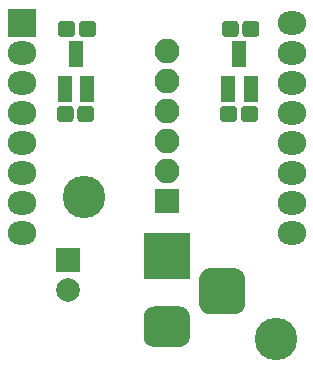
<source format=gts>
G04 #@! TF.GenerationSoftware,KiCad,Pcbnew,(5.0.0-rc2-dev-158-g52ab6216c)*
G04 #@! TF.CreationDate,2018-07-05T01:37:53+02:00*
G04 #@! TF.ProjectId,7seg-clock,377365672D636C6F636B2E6B69636164,rev?*
G04 #@! TF.SameCoordinates,Original*
G04 #@! TF.FileFunction,Soldermask,Top*
G04 #@! TF.FilePolarity,Negative*
%FSLAX46Y46*%
G04 Gerber Fmt 4.6, Leading zero omitted, Abs format (unit mm)*
G04 Created by KiCad (PCBNEW (5.0.0-rc2-dev-158-g52ab6216c)) date 07/05/18 01:37:53*
%MOMM*%
%LPD*%
G01*
G04 APERTURE LIST*
%ADD10C,3.600000*%
%ADD11R,1.200000X2.300000*%
%ADD12C,0.100000*%
%ADD13C,1.350000*%
%ADD14R,2.000000X2.000000*%
%ADD15C,2.000000*%
%ADD16R,3.900000X3.900000*%
%ADD17C,3.400000*%
%ADD18C,3.900000*%
%ADD19R,2.100000X2.100000*%
%ADD20O,2.100000X2.100000*%
%ADD21O,2.400000X2.000000*%
%ADD22R,2.400000X2.400000*%
G04 APERTURE END LIST*
D10*
X135500000Y-119250000D03*
D11*
X147700000Y-110100000D03*
X149600000Y-110100000D03*
X148650000Y-107100000D03*
D12*
G36*
X149920581Y-111526625D02*
X149953343Y-111531485D01*
X149985471Y-111539533D01*
X150016656Y-111550691D01*
X150046596Y-111564852D01*
X150075005Y-111581879D01*
X150101608Y-111601609D01*
X150126149Y-111623851D01*
X150148391Y-111648392D01*
X150168121Y-111674995D01*
X150185148Y-111703404D01*
X150199309Y-111733344D01*
X150210467Y-111764529D01*
X150218515Y-111796657D01*
X150223375Y-111829419D01*
X150225000Y-111862500D01*
X150225000Y-112537500D01*
X150223375Y-112570581D01*
X150218515Y-112603343D01*
X150210467Y-112635471D01*
X150199309Y-112666656D01*
X150185148Y-112696596D01*
X150168121Y-112725005D01*
X150148391Y-112751608D01*
X150126149Y-112776149D01*
X150101608Y-112798391D01*
X150075005Y-112818121D01*
X150046596Y-112835148D01*
X150016656Y-112849309D01*
X149985471Y-112860467D01*
X149953343Y-112868515D01*
X149920581Y-112873375D01*
X149887500Y-112875000D01*
X149112500Y-112875000D01*
X149079419Y-112873375D01*
X149046657Y-112868515D01*
X149014529Y-112860467D01*
X148983344Y-112849309D01*
X148953404Y-112835148D01*
X148924995Y-112818121D01*
X148898392Y-112798391D01*
X148873851Y-112776149D01*
X148851609Y-112751608D01*
X148831879Y-112725005D01*
X148814852Y-112696596D01*
X148800691Y-112666656D01*
X148789533Y-112635471D01*
X148781485Y-112603343D01*
X148776625Y-112570581D01*
X148775000Y-112537500D01*
X148775000Y-111862500D01*
X148776625Y-111829419D01*
X148781485Y-111796657D01*
X148789533Y-111764529D01*
X148800691Y-111733344D01*
X148814852Y-111703404D01*
X148831879Y-111674995D01*
X148851609Y-111648392D01*
X148873851Y-111623851D01*
X148898392Y-111601609D01*
X148924995Y-111581879D01*
X148953404Y-111564852D01*
X148983344Y-111550691D01*
X149014529Y-111539533D01*
X149046657Y-111531485D01*
X149079419Y-111526625D01*
X149112500Y-111525000D01*
X149887500Y-111525000D01*
X149920581Y-111526625D01*
X149920581Y-111526625D01*
G37*
D13*
X149500000Y-112200000D03*
D12*
G36*
X148170581Y-111526625D02*
X148203343Y-111531485D01*
X148235471Y-111539533D01*
X148266656Y-111550691D01*
X148296596Y-111564852D01*
X148325005Y-111581879D01*
X148351608Y-111601609D01*
X148376149Y-111623851D01*
X148398391Y-111648392D01*
X148418121Y-111674995D01*
X148435148Y-111703404D01*
X148449309Y-111733344D01*
X148460467Y-111764529D01*
X148468515Y-111796657D01*
X148473375Y-111829419D01*
X148475000Y-111862500D01*
X148475000Y-112537500D01*
X148473375Y-112570581D01*
X148468515Y-112603343D01*
X148460467Y-112635471D01*
X148449309Y-112666656D01*
X148435148Y-112696596D01*
X148418121Y-112725005D01*
X148398391Y-112751608D01*
X148376149Y-112776149D01*
X148351608Y-112798391D01*
X148325005Y-112818121D01*
X148296596Y-112835148D01*
X148266656Y-112849309D01*
X148235471Y-112860467D01*
X148203343Y-112868515D01*
X148170581Y-112873375D01*
X148137500Y-112875000D01*
X147362500Y-112875000D01*
X147329419Y-112873375D01*
X147296657Y-112868515D01*
X147264529Y-112860467D01*
X147233344Y-112849309D01*
X147203404Y-112835148D01*
X147174995Y-112818121D01*
X147148392Y-112798391D01*
X147123851Y-112776149D01*
X147101609Y-112751608D01*
X147081879Y-112725005D01*
X147064852Y-112696596D01*
X147050691Y-112666656D01*
X147039533Y-112635471D01*
X147031485Y-112603343D01*
X147026625Y-112570581D01*
X147025000Y-112537500D01*
X147025000Y-111862500D01*
X147026625Y-111829419D01*
X147031485Y-111796657D01*
X147039533Y-111764529D01*
X147050691Y-111733344D01*
X147064852Y-111703404D01*
X147081879Y-111674995D01*
X147101609Y-111648392D01*
X147123851Y-111623851D01*
X147148392Y-111601609D01*
X147174995Y-111581879D01*
X147203404Y-111564852D01*
X147233344Y-111550691D01*
X147264529Y-111539533D01*
X147296657Y-111531485D01*
X147329419Y-111526625D01*
X147362500Y-111525000D01*
X148137500Y-111525000D01*
X148170581Y-111526625D01*
X148170581Y-111526625D01*
G37*
D13*
X147750000Y-112200000D03*
D12*
G36*
X150045581Y-104326625D02*
X150078343Y-104331485D01*
X150110471Y-104339533D01*
X150141656Y-104350691D01*
X150171596Y-104364852D01*
X150200005Y-104381879D01*
X150226608Y-104401609D01*
X150251149Y-104423851D01*
X150273391Y-104448392D01*
X150293121Y-104474995D01*
X150310148Y-104503404D01*
X150324309Y-104533344D01*
X150335467Y-104564529D01*
X150343515Y-104596657D01*
X150348375Y-104629419D01*
X150350000Y-104662500D01*
X150350000Y-105337500D01*
X150348375Y-105370581D01*
X150343515Y-105403343D01*
X150335467Y-105435471D01*
X150324309Y-105466656D01*
X150310148Y-105496596D01*
X150293121Y-105525005D01*
X150273391Y-105551608D01*
X150251149Y-105576149D01*
X150226608Y-105598391D01*
X150200005Y-105618121D01*
X150171596Y-105635148D01*
X150141656Y-105649309D01*
X150110471Y-105660467D01*
X150078343Y-105668515D01*
X150045581Y-105673375D01*
X150012500Y-105675000D01*
X149237500Y-105675000D01*
X149204419Y-105673375D01*
X149171657Y-105668515D01*
X149139529Y-105660467D01*
X149108344Y-105649309D01*
X149078404Y-105635148D01*
X149049995Y-105618121D01*
X149023392Y-105598391D01*
X148998851Y-105576149D01*
X148976609Y-105551608D01*
X148956879Y-105525005D01*
X148939852Y-105496596D01*
X148925691Y-105466656D01*
X148914533Y-105435471D01*
X148906485Y-105403343D01*
X148901625Y-105370581D01*
X148900000Y-105337500D01*
X148900000Y-104662500D01*
X148901625Y-104629419D01*
X148906485Y-104596657D01*
X148914533Y-104564529D01*
X148925691Y-104533344D01*
X148939852Y-104503404D01*
X148956879Y-104474995D01*
X148976609Y-104448392D01*
X148998851Y-104423851D01*
X149023392Y-104401609D01*
X149049995Y-104381879D01*
X149078404Y-104364852D01*
X149108344Y-104350691D01*
X149139529Y-104339533D01*
X149171657Y-104331485D01*
X149204419Y-104326625D01*
X149237500Y-104325000D01*
X150012500Y-104325000D01*
X150045581Y-104326625D01*
X150045581Y-104326625D01*
G37*
D13*
X149625000Y-105000000D03*
D12*
G36*
X148295581Y-104326625D02*
X148328343Y-104331485D01*
X148360471Y-104339533D01*
X148391656Y-104350691D01*
X148421596Y-104364852D01*
X148450005Y-104381879D01*
X148476608Y-104401609D01*
X148501149Y-104423851D01*
X148523391Y-104448392D01*
X148543121Y-104474995D01*
X148560148Y-104503404D01*
X148574309Y-104533344D01*
X148585467Y-104564529D01*
X148593515Y-104596657D01*
X148598375Y-104629419D01*
X148600000Y-104662500D01*
X148600000Y-105337500D01*
X148598375Y-105370581D01*
X148593515Y-105403343D01*
X148585467Y-105435471D01*
X148574309Y-105466656D01*
X148560148Y-105496596D01*
X148543121Y-105525005D01*
X148523391Y-105551608D01*
X148501149Y-105576149D01*
X148476608Y-105598391D01*
X148450005Y-105618121D01*
X148421596Y-105635148D01*
X148391656Y-105649309D01*
X148360471Y-105660467D01*
X148328343Y-105668515D01*
X148295581Y-105673375D01*
X148262500Y-105675000D01*
X147487500Y-105675000D01*
X147454419Y-105673375D01*
X147421657Y-105668515D01*
X147389529Y-105660467D01*
X147358344Y-105649309D01*
X147328404Y-105635148D01*
X147299995Y-105618121D01*
X147273392Y-105598391D01*
X147248851Y-105576149D01*
X147226609Y-105551608D01*
X147206879Y-105525005D01*
X147189852Y-105496596D01*
X147175691Y-105466656D01*
X147164533Y-105435471D01*
X147156485Y-105403343D01*
X147151625Y-105370581D01*
X147150000Y-105337500D01*
X147150000Y-104662500D01*
X147151625Y-104629419D01*
X147156485Y-104596657D01*
X147164533Y-104564529D01*
X147175691Y-104533344D01*
X147189852Y-104503404D01*
X147206879Y-104474995D01*
X147226609Y-104448392D01*
X147248851Y-104423851D01*
X147273392Y-104401609D01*
X147299995Y-104381879D01*
X147328404Y-104364852D01*
X147358344Y-104350691D01*
X147389529Y-104339533D01*
X147421657Y-104331485D01*
X147454419Y-104326625D01*
X147487500Y-104325000D01*
X148262500Y-104325000D01*
X148295581Y-104326625D01*
X148295581Y-104326625D01*
G37*
D13*
X147875000Y-105000000D03*
D14*
X134100000Y-124600000D03*
D15*
X134100000Y-127100000D03*
D16*
X142500000Y-124200000D03*
D12*
G36*
X143683315Y-128504093D02*
X143765827Y-128516333D01*
X143846742Y-128536601D01*
X143925281Y-128564702D01*
X144000687Y-128600367D01*
X144072235Y-128643251D01*
X144139234Y-128692941D01*
X144201041Y-128748959D01*
X144257059Y-128810766D01*
X144306749Y-128877765D01*
X144349633Y-128949313D01*
X144385298Y-129024719D01*
X144413399Y-129103258D01*
X144433667Y-129184173D01*
X144445907Y-129266685D01*
X144450000Y-129350000D01*
X144450000Y-131050000D01*
X144445907Y-131133315D01*
X144433667Y-131215827D01*
X144413399Y-131296742D01*
X144385298Y-131375281D01*
X144349633Y-131450687D01*
X144306749Y-131522235D01*
X144257059Y-131589234D01*
X144201041Y-131651041D01*
X144139234Y-131707059D01*
X144072235Y-131756749D01*
X144000687Y-131799633D01*
X143925281Y-131835298D01*
X143846742Y-131863399D01*
X143765827Y-131883667D01*
X143683315Y-131895907D01*
X143600000Y-131900000D01*
X141400000Y-131900000D01*
X141316685Y-131895907D01*
X141234173Y-131883667D01*
X141153258Y-131863399D01*
X141074719Y-131835298D01*
X140999313Y-131799633D01*
X140927765Y-131756749D01*
X140860766Y-131707059D01*
X140798959Y-131651041D01*
X140742941Y-131589234D01*
X140693251Y-131522235D01*
X140650367Y-131450687D01*
X140614702Y-131375281D01*
X140586601Y-131296742D01*
X140566333Y-131215827D01*
X140554093Y-131133315D01*
X140550000Y-131050000D01*
X140550000Y-129350000D01*
X140554093Y-129266685D01*
X140566333Y-129184173D01*
X140586601Y-129103258D01*
X140614702Y-129024719D01*
X140650367Y-128949313D01*
X140693251Y-128877765D01*
X140742941Y-128810766D01*
X140798959Y-128748959D01*
X140860766Y-128692941D01*
X140927765Y-128643251D01*
X140999313Y-128600367D01*
X141074719Y-128564702D01*
X141153258Y-128536601D01*
X141234173Y-128516333D01*
X141316685Y-128504093D01*
X141400000Y-128500000D01*
X143600000Y-128500000D01*
X143683315Y-128504093D01*
X143683315Y-128504093D01*
G37*
D17*
X142500000Y-130200000D03*
D12*
G36*
X148270567Y-125254695D02*
X148365213Y-125268734D01*
X148458028Y-125291983D01*
X148548116Y-125324217D01*
X148634612Y-125365127D01*
X148716681Y-125414317D01*
X148793533Y-125471315D01*
X148864429Y-125535571D01*
X148928685Y-125606467D01*
X148985683Y-125683319D01*
X149034873Y-125765388D01*
X149075783Y-125851884D01*
X149108017Y-125941972D01*
X149131266Y-126034787D01*
X149145305Y-126129433D01*
X149150000Y-126225000D01*
X149150000Y-128175000D01*
X149145305Y-128270567D01*
X149131266Y-128365213D01*
X149108017Y-128458028D01*
X149075783Y-128548116D01*
X149034873Y-128634612D01*
X148985683Y-128716681D01*
X148928685Y-128793533D01*
X148864429Y-128864429D01*
X148793533Y-128928685D01*
X148716681Y-128985683D01*
X148634612Y-129034873D01*
X148548116Y-129075783D01*
X148458028Y-129108017D01*
X148365213Y-129131266D01*
X148270567Y-129145305D01*
X148175000Y-129150000D01*
X146225000Y-129150000D01*
X146129433Y-129145305D01*
X146034787Y-129131266D01*
X145941972Y-129108017D01*
X145851884Y-129075783D01*
X145765388Y-129034873D01*
X145683319Y-128985683D01*
X145606467Y-128928685D01*
X145535571Y-128864429D01*
X145471315Y-128793533D01*
X145414317Y-128716681D01*
X145365127Y-128634612D01*
X145324217Y-128548116D01*
X145291983Y-128458028D01*
X145268734Y-128365213D01*
X145254695Y-128270567D01*
X145250000Y-128175000D01*
X145250000Y-126225000D01*
X145254695Y-126129433D01*
X145268734Y-126034787D01*
X145291983Y-125941972D01*
X145324217Y-125851884D01*
X145365127Y-125765388D01*
X145414317Y-125683319D01*
X145471315Y-125606467D01*
X145535571Y-125535571D01*
X145606467Y-125471315D01*
X145683319Y-125414317D01*
X145765388Y-125365127D01*
X145851884Y-125324217D01*
X145941972Y-125291983D01*
X146034787Y-125268734D01*
X146129433Y-125254695D01*
X146225000Y-125250000D01*
X148175000Y-125250000D01*
X148270567Y-125254695D01*
X148270567Y-125254695D01*
G37*
D18*
X147200000Y-127200000D03*
D19*
X142500000Y-119600000D03*
D20*
X142500000Y-117060000D03*
X142500000Y-114520000D03*
X142500000Y-111980000D03*
X142500000Y-109440000D03*
X142500000Y-106900000D03*
D11*
X134800000Y-107100000D03*
X135750000Y-110100000D03*
X133850000Y-110100000D03*
D12*
G36*
X134445581Y-104326625D02*
X134478343Y-104331485D01*
X134510471Y-104339533D01*
X134541656Y-104350691D01*
X134571596Y-104364852D01*
X134600005Y-104381879D01*
X134626608Y-104401609D01*
X134651149Y-104423851D01*
X134673391Y-104448392D01*
X134693121Y-104474995D01*
X134710148Y-104503404D01*
X134724309Y-104533344D01*
X134735467Y-104564529D01*
X134743515Y-104596657D01*
X134748375Y-104629419D01*
X134750000Y-104662500D01*
X134750000Y-105337500D01*
X134748375Y-105370581D01*
X134743515Y-105403343D01*
X134735467Y-105435471D01*
X134724309Y-105466656D01*
X134710148Y-105496596D01*
X134693121Y-105525005D01*
X134673391Y-105551608D01*
X134651149Y-105576149D01*
X134626608Y-105598391D01*
X134600005Y-105618121D01*
X134571596Y-105635148D01*
X134541656Y-105649309D01*
X134510471Y-105660467D01*
X134478343Y-105668515D01*
X134445581Y-105673375D01*
X134412500Y-105675000D01*
X133637500Y-105675000D01*
X133604419Y-105673375D01*
X133571657Y-105668515D01*
X133539529Y-105660467D01*
X133508344Y-105649309D01*
X133478404Y-105635148D01*
X133449995Y-105618121D01*
X133423392Y-105598391D01*
X133398851Y-105576149D01*
X133376609Y-105551608D01*
X133356879Y-105525005D01*
X133339852Y-105496596D01*
X133325691Y-105466656D01*
X133314533Y-105435471D01*
X133306485Y-105403343D01*
X133301625Y-105370581D01*
X133300000Y-105337500D01*
X133300000Y-104662500D01*
X133301625Y-104629419D01*
X133306485Y-104596657D01*
X133314533Y-104564529D01*
X133325691Y-104533344D01*
X133339852Y-104503404D01*
X133356879Y-104474995D01*
X133376609Y-104448392D01*
X133398851Y-104423851D01*
X133423392Y-104401609D01*
X133449995Y-104381879D01*
X133478404Y-104364852D01*
X133508344Y-104350691D01*
X133539529Y-104339533D01*
X133571657Y-104331485D01*
X133604419Y-104326625D01*
X133637500Y-104325000D01*
X134412500Y-104325000D01*
X134445581Y-104326625D01*
X134445581Y-104326625D01*
G37*
D13*
X134025000Y-105000000D03*
D12*
G36*
X136195581Y-104326625D02*
X136228343Y-104331485D01*
X136260471Y-104339533D01*
X136291656Y-104350691D01*
X136321596Y-104364852D01*
X136350005Y-104381879D01*
X136376608Y-104401609D01*
X136401149Y-104423851D01*
X136423391Y-104448392D01*
X136443121Y-104474995D01*
X136460148Y-104503404D01*
X136474309Y-104533344D01*
X136485467Y-104564529D01*
X136493515Y-104596657D01*
X136498375Y-104629419D01*
X136500000Y-104662500D01*
X136500000Y-105337500D01*
X136498375Y-105370581D01*
X136493515Y-105403343D01*
X136485467Y-105435471D01*
X136474309Y-105466656D01*
X136460148Y-105496596D01*
X136443121Y-105525005D01*
X136423391Y-105551608D01*
X136401149Y-105576149D01*
X136376608Y-105598391D01*
X136350005Y-105618121D01*
X136321596Y-105635148D01*
X136291656Y-105649309D01*
X136260471Y-105660467D01*
X136228343Y-105668515D01*
X136195581Y-105673375D01*
X136162500Y-105675000D01*
X135387500Y-105675000D01*
X135354419Y-105673375D01*
X135321657Y-105668515D01*
X135289529Y-105660467D01*
X135258344Y-105649309D01*
X135228404Y-105635148D01*
X135199995Y-105618121D01*
X135173392Y-105598391D01*
X135148851Y-105576149D01*
X135126609Y-105551608D01*
X135106879Y-105525005D01*
X135089852Y-105496596D01*
X135075691Y-105466656D01*
X135064533Y-105435471D01*
X135056485Y-105403343D01*
X135051625Y-105370581D01*
X135050000Y-105337500D01*
X135050000Y-104662500D01*
X135051625Y-104629419D01*
X135056485Y-104596657D01*
X135064533Y-104564529D01*
X135075691Y-104533344D01*
X135089852Y-104503404D01*
X135106879Y-104474995D01*
X135126609Y-104448392D01*
X135148851Y-104423851D01*
X135173392Y-104401609D01*
X135199995Y-104381879D01*
X135228404Y-104364852D01*
X135258344Y-104350691D01*
X135289529Y-104339533D01*
X135321657Y-104331485D01*
X135354419Y-104326625D01*
X135387500Y-104325000D01*
X136162500Y-104325000D01*
X136195581Y-104326625D01*
X136195581Y-104326625D01*
G37*
D13*
X135775000Y-105000000D03*
D12*
G36*
X134320581Y-111526625D02*
X134353343Y-111531485D01*
X134385471Y-111539533D01*
X134416656Y-111550691D01*
X134446596Y-111564852D01*
X134475005Y-111581879D01*
X134501608Y-111601609D01*
X134526149Y-111623851D01*
X134548391Y-111648392D01*
X134568121Y-111674995D01*
X134585148Y-111703404D01*
X134599309Y-111733344D01*
X134610467Y-111764529D01*
X134618515Y-111796657D01*
X134623375Y-111829419D01*
X134625000Y-111862500D01*
X134625000Y-112537500D01*
X134623375Y-112570581D01*
X134618515Y-112603343D01*
X134610467Y-112635471D01*
X134599309Y-112666656D01*
X134585148Y-112696596D01*
X134568121Y-112725005D01*
X134548391Y-112751608D01*
X134526149Y-112776149D01*
X134501608Y-112798391D01*
X134475005Y-112818121D01*
X134446596Y-112835148D01*
X134416656Y-112849309D01*
X134385471Y-112860467D01*
X134353343Y-112868515D01*
X134320581Y-112873375D01*
X134287500Y-112875000D01*
X133512500Y-112875000D01*
X133479419Y-112873375D01*
X133446657Y-112868515D01*
X133414529Y-112860467D01*
X133383344Y-112849309D01*
X133353404Y-112835148D01*
X133324995Y-112818121D01*
X133298392Y-112798391D01*
X133273851Y-112776149D01*
X133251609Y-112751608D01*
X133231879Y-112725005D01*
X133214852Y-112696596D01*
X133200691Y-112666656D01*
X133189533Y-112635471D01*
X133181485Y-112603343D01*
X133176625Y-112570581D01*
X133175000Y-112537500D01*
X133175000Y-111862500D01*
X133176625Y-111829419D01*
X133181485Y-111796657D01*
X133189533Y-111764529D01*
X133200691Y-111733344D01*
X133214852Y-111703404D01*
X133231879Y-111674995D01*
X133251609Y-111648392D01*
X133273851Y-111623851D01*
X133298392Y-111601609D01*
X133324995Y-111581879D01*
X133353404Y-111564852D01*
X133383344Y-111550691D01*
X133414529Y-111539533D01*
X133446657Y-111531485D01*
X133479419Y-111526625D01*
X133512500Y-111525000D01*
X134287500Y-111525000D01*
X134320581Y-111526625D01*
X134320581Y-111526625D01*
G37*
D13*
X133900000Y-112200000D03*
D12*
G36*
X136070581Y-111526625D02*
X136103343Y-111531485D01*
X136135471Y-111539533D01*
X136166656Y-111550691D01*
X136196596Y-111564852D01*
X136225005Y-111581879D01*
X136251608Y-111601609D01*
X136276149Y-111623851D01*
X136298391Y-111648392D01*
X136318121Y-111674995D01*
X136335148Y-111703404D01*
X136349309Y-111733344D01*
X136360467Y-111764529D01*
X136368515Y-111796657D01*
X136373375Y-111829419D01*
X136375000Y-111862500D01*
X136375000Y-112537500D01*
X136373375Y-112570581D01*
X136368515Y-112603343D01*
X136360467Y-112635471D01*
X136349309Y-112666656D01*
X136335148Y-112696596D01*
X136318121Y-112725005D01*
X136298391Y-112751608D01*
X136276149Y-112776149D01*
X136251608Y-112798391D01*
X136225005Y-112818121D01*
X136196596Y-112835148D01*
X136166656Y-112849309D01*
X136135471Y-112860467D01*
X136103343Y-112868515D01*
X136070581Y-112873375D01*
X136037500Y-112875000D01*
X135262500Y-112875000D01*
X135229419Y-112873375D01*
X135196657Y-112868515D01*
X135164529Y-112860467D01*
X135133344Y-112849309D01*
X135103404Y-112835148D01*
X135074995Y-112818121D01*
X135048392Y-112798391D01*
X135023851Y-112776149D01*
X135001609Y-112751608D01*
X134981879Y-112725005D01*
X134964852Y-112696596D01*
X134950691Y-112666656D01*
X134939533Y-112635471D01*
X134931485Y-112603343D01*
X134926625Y-112570581D01*
X134925000Y-112537500D01*
X134925000Y-111862500D01*
X134926625Y-111829419D01*
X134931485Y-111796657D01*
X134939533Y-111764529D01*
X134950691Y-111733344D01*
X134964852Y-111703404D01*
X134981879Y-111674995D01*
X135001609Y-111648392D01*
X135023851Y-111623851D01*
X135048392Y-111601609D01*
X135074995Y-111581879D01*
X135103404Y-111564852D01*
X135133344Y-111550691D01*
X135164529Y-111539533D01*
X135196657Y-111531485D01*
X135229419Y-111526625D01*
X135262500Y-111525000D01*
X136037500Y-111525000D01*
X136070581Y-111526625D01*
X136070581Y-111526625D01*
G37*
D13*
X135650000Y-112200000D03*
D21*
X130215001Y-107010001D03*
D22*
X130215001Y-104470001D03*
D21*
X130215001Y-109550001D03*
X130215001Y-112090001D03*
X130215001Y-114630001D03*
X130215001Y-117170001D03*
X130215001Y-119710001D03*
X130215001Y-122250001D03*
X153075001Y-122250001D03*
X153075001Y-119710001D03*
X153075001Y-117170001D03*
X153075001Y-114630001D03*
X153075001Y-112090001D03*
X153075001Y-109550001D03*
X153075001Y-107010001D03*
X153075001Y-104470001D03*
D10*
X151750000Y-131250000D03*
M02*

</source>
